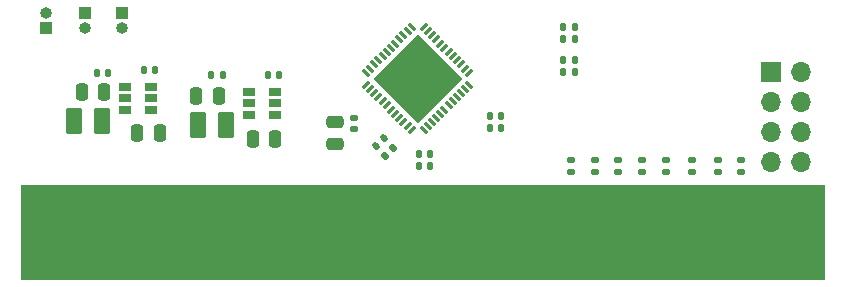
<source format=gbr>
%TF.GenerationSoftware,KiCad,Pcbnew,(5.99.0-10506-gb986797469)*%
%TF.CreationDate,2021-09-15T01:16:02+02:00*%
%TF.ProjectId,Tastatur,54617374-6174-4757-922e-6b696361645f,rev?*%
%TF.SameCoordinates,Original*%
%TF.FileFunction,Soldermask,Top*%
%TF.FilePolarity,Negative*%
%FSLAX46Y46*%
G04 Gerber Fmt 4.6, Leading zero omitted, Abs format (unit mm)*
G04 Created by KiCad (PCBNEW (5.99.0-10506-gb986797469)) date 2021-09-15 01:16:02*
%MOMM*%
%LPD*%
G01*
G04 APERTURE LIST*
G04 Aperture macros list*
%AMRoundRect*
0 Rectangle with rounded corners*
0 $1 Rounding radius*
0 $2 $3 $4 $5 $6 $7 $8 $9 X,Y pos of 4 corners*
0 Add a 4 corners polygon primitive as box body*
4,1,4,$2,$3,$4,$5,$6,$7,$8,$9,$2,$3,0*
0 Add four circle primitives for the rounded corners*
1,1,$1+$1,$2,$3*
1,1,$1+$1,$4,$5*
1,1,$1+$1,$6,$7*
1,1,$1+$1,$8,$9*
0 Add four rect primitives between the rounded corners*
20,1,$1+$1,$2,$3,$4,$5,0*
20,1,$1+$1,$4,$5,$6,$7,0*
20,1,$1+$1,$6,$7,$8,$9,0*
20,1,$1+$1,$8,$9,$2,$3,0*%
%AMRotRect*
0 Rectangle, with rotation*
0 The origin of the aperture is its center*
0 $1 length*
0 $2 width*
0 $3 Rotation angle, in degrees counterclockwise*
0 Add horizontal line*
21,1,$1,$2,0,0,$3*%
G04 Aperture macros list end*
%ADD10C,0.120000*%
%ADD11RoundRect,0.147500X0.172500X-0.147500X0.172500X0.147500X-0.172500X0.147500X-0.172500X-0.147500X0*%
%ADD12RoundRect,0.140000X0.021213X-0.219203X0.219203X-0.021213X-0.021213X0.219203X-0.219203X0.021213X0*%
%ADD13RoundRect,0.140000X-0.170000X0.140000X-0.170000X-0.140000X0.170000X-0.140000X0.170000X0.140000X0*%
%ADD14RoundRect,0.140000X-0.140000X-0.170000X0.140000X-0.170000X0.140000X0.170000X-0.140000X0.170000X0*%
%ADD15RoundRect,0.250000X-0.250000X-0.475000X0.250000X-0.475000X0.250000X0.475000X-0.250000X0.475000X0*%
%ADD16RoundRect,0.250001X0.462499X0.849999X-0.462499X0.849999X-0.462499X-0.849999X0.462499X-0.849999X0*%
%ADD17RoundRect,0.147500X-0.147500X-0.172500X0.147500X-0.172500X0.147500X0.172500X-0.147500X0.172500X0*%
%ADD18R,1.000000X1.000000*%
%ADD19O,1.000000X1.000000*%
%ADD20R,1.000000X7.000000*%
%ADD21RoundRect,0.250000X0.250000X0.475000X-0.250000X0.475000X-0.250000X-0.475000X0.250000X-0.475000X0*%
%ADD22RoundRect,0.147500X0.017678X-0.226274X0.226274X-0.017678X-0.017678X0.226274X-0.226274X0.017678X0*%
%ADD23RoundRect,0.250000X-0.475000X0.250000X-0.475000X-0.250000X0.475000X-0.250000X0.475000X0.250000X0*%
%ADD24R,1.060000X0.650000*%
%ADD25O,1.700000X1.700000*%
%ADD26R,1.700000X1.700000*%
%ADD27RoundRect,0.062500X-0.194454X-0.282843X0.282843X0.194454X0.194454X0.282843X-0.282843X-0.194454X0*%
%ADD28RoundRect,0.062500X0.194454X-0.282843X0.282843X-0.194454X-0.194454X0.282843X-0.282843X0.194454X0*%
%ADD29RotRect,5.300000X5.300000X45.000000*%
G04 APERTURE END LIST*
D10*
%TO.C,J1*%
X254400000Y-88800000D02*
X186400000Y-88800000D01*
X186400000Y-88800000D02*
X186400000Y-80800000D01*
X186400000Y-80800000D02*
X254400000Y-80800000D01*
X254400000Y-80800000D02*
X254400000Y-88800000D01*
G36*
X254400000Y-88800000D02*
G01*
X186400000Y-88800000D01*
X186400000Y-80800000D01*
X254400000Y-80800000D01*
X254400000Y-88800000D01*
G37*
%TD*%
D11*
%TO.C,R5*%
X241000000Y-79685000D03*
X241000000Y-78715000D03*
%TD*%
D12*
%TO.C,C9*%
X217139411Y-76860589D03*
X216460589Y-77539411D03*
%TD*%
D13*
%TO.C,C11*%
X214600000Y-75120000D03*
X214600000Y-76080000D03*
%TD*%
D14*
%TO.C,C6*%
X226120000Y-76000000D03*
X227080000Y-76000000D03*
%TD*%
D11*
%TO.C,R8*%
X247400000Y-79685000D03*
X247400000Y-78715000D03*
%TD*%
D14*
%TO.C,C3*%
X232320000Y-70200000D03*
X233280000Y-70200000D03*
%TD*%
%TO.C,C2*%
X232320000Y-68400000D03*
X233280000Y-68400000D03*
%TD*%
D11*
%TO.C,R3*%
X237000000Y-79685000D03*
X237000000Y-78715000D03*
%TD*%
D14*
%TO.C,C5*%
X227080000Y-75000000D03*
X226120000Y-75000000D03*
%TD*%
D15*
%TO.C,C13*%
X201250000Y-73300000D03*
X203150000Y-73300000D03*
%TD*%
D14*
%TO.C,C4*%
X232320000Y-71200000D03*
X233280000Y-71200000D03*
%TD*%
D11*
%TO.C,R6*%
X243200000Y-79685000D03*
X243200000Y-78715000D03*
%TD*%
D14*
%TO.C,C1*%
X232320000Y-67400000D03*
X233280000Y-67400000D03*
%TD*%
D16*
%TO.C,L2*%
X193262500Y-75400000D03*
X190937500Y-75400000D03*
%TD*%
D17*
%TO.C,R13*%
X196815000Y-71100000D03*
X197785000Y-71100000D03*
%TD*%
D18*
%TO.C,J3*%
X195000000Y-66200000D03*
D19*
X195000000Y-67470000D03*
%TD*%
D18*
%TO.C,J5*%
X191800000Y-66200000D03*
D19*
X191800000Y-67470000D03*
%TD*%
D20*
%TO.C,J1*%
X188400000Y-84800000D03*
X190400000Y-84800000D03*
X192400000Y-84800000D03*
X194400000Y-84800000D03*
X196400000Y-84800000D03*
X198400000Y-84800000D03*
X200400000Y-84800000D03*
X202400000Y-84800000D03*
X204400000Y-84800000D03*
X206400000Y-84800000D03*
X208400000Y-84800000D03*
X210400000Y-84800000D03*
X212400000Y-84800000D03*
X214400000Y-84800000D03*
X224000000Y-84800000D03*
X226100000Y-84800000D03*
X228100000Y-84800000D03*
X230100000Y-84800000D03*
X232100000Y-84800000D03*
X234100000Y-84800000D03*
X236100000Y-84800000D03*
X238100000Y-84800000D03*
X240100000Y-84800000D03*
X242100000Y-84800000D03*
X244100000Y-84800000D03*
X246100000Y-84800000D03*
X248100000Y-84800000D03*
%TD*%
D21*
%TO.C,C12*%
X207950000Y-76900000D03*
X206050000Y-76900000D03*
%TD*%
D11*
%TO.C,R4*%
X239000000Y-79685000D03*
X239000000Y-78715000D03*
%TD*%
D17*
%TO.C,R10*%
X202515000Y-71500000D03*
X203485000Y-71500000D03*
%TD*%
D22*
%TO.C,R9*%
X217257053Y-78342947D03*
X217942947Y-77657053D03*
%TD*%
D16*
%TO.C,L1*%
X203762500Y-75700000D03*
X201437500Y-75700000D03*
%TD*%
D14*
%TO.C,C8*%
X220120000Y-79200000D03*
X221080000Y-79200000D03*
%TD*%
D23*
%TO.C,C10*%
X213000000Y-75450000D03*
X213000000Y-77350000D03*
%TD*%
D17*
%TO.C,R12*%
X192815000Y-71300000D03*
X193785000Y-71300000D03*
%TD*%
D21*
%TO.C,C14*%
X198150000Y-76400000D03*
X196250000Y-76400000D03*
%TD*%
D24*
%TO.C,U2*%
X205700000Y-72950000D03*
X205700000Y-73900000D03*
X205700000Y-74850000D03*
X207900000Y-74850000D03*
X207900000Y-73900000D03*
X207900000Y-72950000D03*
%TD*%
D25*
%TO.C,J2*%
X252465000Y-78820000D03*
X249925000Y-78820000D03*
X252465000Y-76280000D03*
X249925000Y-76280000D03*
X252465000Y-73740000D03*
X249925000Y-73740000D03*
X252465000Y-71200000D03*
D26*
X249925000Y-71200000D03*
%TD*%
D11*
%TO.C,R7*%
X245400000Y-79685000D03*
X245400000Y-78715000D03*
%TD*%
D24*
%TO.C,U3*%
X195190000Y-72520000D03*
X195190000Y-73470000D03*
X195190000Y-74420000D03*
X197390000Y-74420000D03*
X197390000Y-73470000D03*
X197390000Y-72520000D03*
%TD*%
D15*
%TO.C,C15*%
X191550000Y-72900000D03*
X193450000Y-72900000D03*
%TD*%
D17*
%TO.C,R11*%
X207315000Y-71500000D03*
X208285000Y-71500000D03*
%TD*%
D11*
%TO.C,R1*%
X233000000Y-79685000D03*
X233000000Y-78715000D03*
%TD*%
D27*
%TO.C,U1*%
X215615938Y-72294975D03*
X215969491Y-72648528D03*
X216323045Y-73002082D03*
X216676598Y-73355635D03*
X217030152Y-73709188D03*
X217383705Y-74062742D03*
X217737258Y-74416295D03*
X218090812Y-74769848D03*
X218444365Y-75123402D03*
X218797918Y-75476955D03*
X219151472Y-75830509D03*
X219505025Y-76184062D03*
D28*
X220494975Y-76184062D03*
X220848528Y-75830509D03*
X221202082Y-75476955D03*
X221555635Y-75123402D03*
X221909188Y-74769848D03*
X222262742Y-74416295D03*
X222616295Y-74062742D03*
X222969848Y-73709188D03*
X223323402Y-73355635D03*
X223676955Y-73002082D03*
X224030509Y-72648528D03*
X224384062Y-72294975D03*
D27*
X224384062Y-71305025D03*
X224030509Y-70951472D03*
X223676955Y-70597918D03*
X223323402Y-70244365D03*
X222969848Y-69890812D03*
X222616295Y-69537258D03*
X222262742Y-69183705D03*
X221909188Y-68830152D03*
X221555635Y-68476598D03*
X221202082Y-68123045D03*
X220848528Y-67769491D03*
X220494975Y-67415938D03*
D28*
X219505025Y-67415938D03*
X219151472Y-67769491D03*
X218797918Y-68123045D03*
X218444365Y-68476598D03*
X218090812Y-68830152D03*
X217737258Y-69183705D03*
X217383705Y-69537258D03*
X217030152Y-69890812D03*
X216676598Y-70244365D03*
X216323045Y-70597918D03*
X215969491Y-70951472D03*
X215615938Y-71305025D03*
D29*
X220000000Y-71800000D03*
%TD*%
D18*
%TO.C,J4*%
X188550000Y-67500000D03*
D19*
X188550000Y-66230000D03*
%TD*%
D14*
%TO.C,C7*%
X220120000Y-78200000D03*
X221080000Y-78200000D03*
%TD*%
D11*
%TO.C,R2*%
X235000000Y-79685000D03*
X235000000Y-78715000D03*
%TD*%
M02*

</source>
